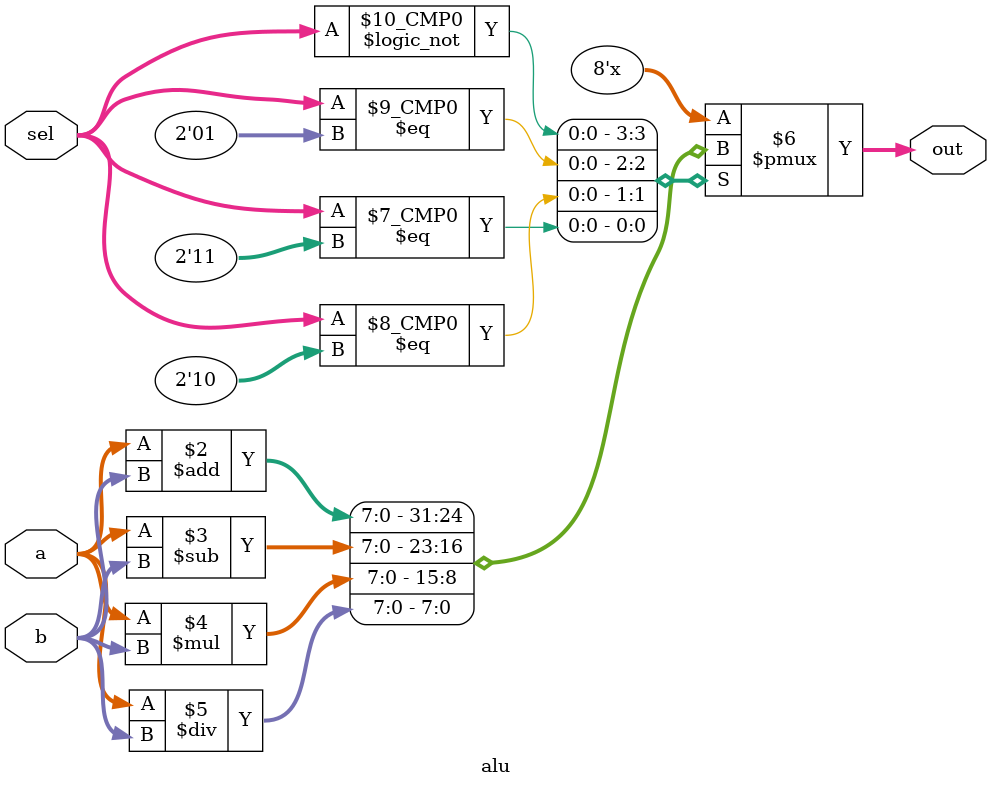
<source format=v>
module alu(a,b,sel,out);
input [3:0] a,b;
input [1:0] sel;
output reg [7:0] out;

always @ (*) begin

case (sel)
    2'b00: out = a+b;
    2'b01: out = a-b;
    2'b10: out = a*b;
    2'b11: out = a/b;
endcase


end

endmodule
</source>
